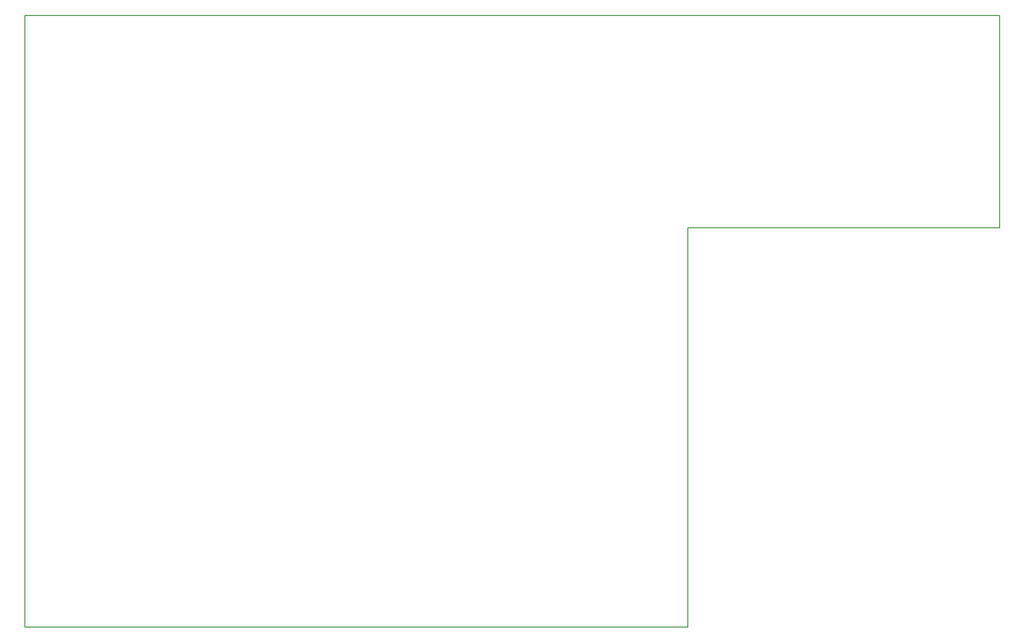
<source format=gbr>
%TF.GenerationSoftware,KiCad,Pcbnew,6.0.4-6f826c9f35~116~ubuntu20.04.1*%
%TF.CreationDate,2022-12-07T13:40:06+01:00*%
%TF.ProjectId,Salwa2,53616c77-6132-42e6-9b69-6361645f7063,rev?*%
%TF.SameCoordinates,Original*%
%TF.FileFunction,Profile,NP*%
%FSLAX46Y46*%
G04 Gerber Fmt 4.6, Leading zero omitted, Abs format (unit mm)*
G04 Created by KiCad (PCBNEW 6.0.4-6f826c9f35~116~ubuntu20.04.1) date 2022-12-07 13:40:06*
%MOMM*%
%LPD*%
G01*
G04 APERTURE LIST*
%TA.AperFunction,Profile*%
%ADD10C,0.150000*%
%TD*%
G04 APERTURE END LIST*
D10*
X191000000Y-150000000D02*
X71300000Y-150000000D01*
X191000000Y-77800000D02*
X191000000Y-150000000D01*
X71300000Y-39500000D02*
X247300000Y-39500000D01*
X71300000Y-150000000D02*
X71300000Y-39500000D01*
X247300000Y-77800000D02*
X191000000Y-77800000D01*
X247300000Y-39500000D02*
X247300000Y-77800000D01*
M02*

</source>
